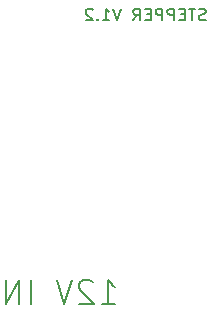
<source format=gbr>
G04 #@! TF.GenerationSoftware,KiCad,Pcbnew,8.0.2-1*
G04 #@! TF.CreationDate,2024-08-19T18:32:55+10:00*
G04 #@! TF.ProjectId,FORWARD 7 STEPPER DRIVER,464f5257-4152-4442-9037-205354455050,rev?*
G04 #@! TF.SameCoordinates,Original*
G04 #@! TF.FileFunction,Legend,Bot*
G04 #@! TF.FilePolarity,Positive*
%FSLAX46Y46*%
G04 Gerber Fmt 4.6, Leading zero omitted, Abs format (unit mm)*
G04 Created by KiCad (PCBNEW 8.0.2-1) date 2024-08-19 18:32:55*
%MOMM*%
%LPD*%
G01*
G04 APERTURE LIST*
%ADD10C,0.150000*%
G04 APERTURE END LIST*
D10*
X133698809Y-105109438D02*
X134841666Y-105109438D01*
X134270238Y-105109438D02*
X134270238Y-103109438D01*
X134270238Y-103109438D02*
X134460714Y-103395152D01*
X134460714Y-103395152D02*
X134651190Y-103585628D01*
X134651190Y-103585628D02*
X134841666Y-103680866D01*
X132936904Y-103299914D02*
X132841666Y-103204676D01*
X132841666Y-103204676D02*
X132651190Y-103109438D01*
X132651190Y-103109438D02*
X132174999Y-103109438D01*
X132174999Y-103109438D02*
X131984523Y-103204676D01*
X131984523Y-103204676D02*
X131889285Y-103299914D01*
X131889285Y-103299914D02*
X131794047Y-103490390D01*
X131794047Y-103490390D02*
X131794047Y-103680866D01*
X131794047Y-103680866D02*
X131889285Y-103966580D01*
X131889285Y-103966580D02*
X133032142Y-105109438D01*
X133032142Y-105109438D02*
X131794047Y-105109438D01*
X131222618Y-103109438D02*
X130555952Y-105109438D01*
X130555952Y-105109438D02*
X129889285Y-103109438D01*
X127698808Y-105109438D02*
X127698808Y-103109438D01*
X126746427Y-105109438D02*
X126746427Y-103109438D01*
X126746427Y-103109438D02*
X125603570Y-105109438D01*
X125603570Y-105109438D02*
X125603570Y-103109438D01*
X142510839Y-81072200D02*
X142367982Y-81119819D01*
X142367982Y-81119819D02*
X142129887Y-81119819D01*
X142129887Y-81119819D02*
X142034649Y-81072200D01*
X142034649Y-81072200D02*
X141987030Y-81024580D01*
X141987030Y-81024580D02*
X141939411Y-80929342D01*
X141939411Y-80929342D02*
X141939411Y-80834104D01*
X141939411Y-80834104D02*
X141987030Y-80738866D01*
X141987030Y-80738866D02*
X142034649Y-80691247D01*
X142034649Y-80691247D02*
X142129887Y-80643628D01*
X142129887Y-80643628D02*
X142320363Y-80596009D01*
X142320363Y-80596009D02*
X142415601Y-80548390D01*
X142415601Y-80548390D02*
X142463220Y-80500771D01*
X142463220Y-80500771D02*
X142510839Y-80405533D01*
X142510839Y-80405533D02*
X142510839Y-80310295D01*
X142510839Y-80310295D02*
X142463220Y-80215057D01*
X142463220Y-80215057D02*
X142415601Y-80167438D01*
X142415601Y-80167438D02*
X142320363Y-80119819D01*
X142320363Y-80119819D02*
X142082268Y-80119819D01*
X142082268Y-80119819D02*
X141939411Y-80167438D01*
X141653696Y-80119819D02*
X141082268Y-80119819D01*
X141367982Y-81119819D02*
X141367982Y-80119819D01*
X140748934Y-80596009D02*
X140415601Y-80596009D01*
X140272744Y-81119819D02*
X140748934Y-81119819D01*
X140748934Y-81119819D02*
X140748934Y-80119819D01*
X140748934Y-80119819D02*
X140272744Y-80119819D01*
X139844172Y-81119819D02*
X139844172Y-80119819D01*
X139844172Y-80119819D02*
X139463220Y-80119819D01*
X139463220Y-80119819D02*
X139367982Y-80167438D01*
X139367982Y-80167438D02*
X139320363Y-80215057D01*
X139320363Y-80215057D02*
X139272744Y-80310295D01*
X139272744Y-80310295D02*
X139272744Y-80453152D01*
X139272744Y-80453152D02*
X139320363Y-80548390D01*
X139320363Y-80548390D02*
X139367982Y-80596009D01*
X139367982Y-80596009D02*
X139463220Y-80643628D01*
X139463220Y-80643628D02*
X139844172Y-80643628D01*
X138844172Y-81119819D02*
X138844172Y-80119819D01*
X138844172Y-80119819D02*
X138463220Y-80119819D01*
X138463220Y-80119819D02*
X138367982Y-80167438D01*
X138367982Y-80167438D02*
X138320363Y-80215057D01*
X138320363Y-80215057D02*
X138272744Y-80310295D01*
X138272744Y-80310295D02*
X138272744Y-80453152D01*
X138272744Y-80453152D02*
X138320363Y-80548390D01*
X138320363Y-80548390D02*
X138367982Y-80596009D01*
X138367982Y-80596009D02*
X138463220Y-80643628D01*
X138463220Y-80643628D02*
X138844172Y-80643628D01*
X137844172Y-80596009D02*
X137510839Y-80596009D01*
X137367982Y-81119819D02*
X137844172Y-81119819D01*
X137844172Y-81119819D02*
X137844172Y-80119819D01*
X137844172Y-80119819D02*
X137367982Y-80119819D01*
X136367982Y-81119819D02*
X136701315Y-80643628D01*
X136939410Y-81119819D02*
X136939410Y-80119819D01*
X136939410Y-80119819D02*
X136558458Y-80119819D01*
X136558458Y-80119819D02*
X136463220Y-80167438D01*
X136463220Y-80167438D02*
X136415601Y-80215057D01*
X136415601Y-80215057D02*
X136367982Y-80310295D01*
X136367982Y-80310295D02*
X136367982Y-80453152D01*
X136367982Y-80453152D02*
X136415601Y-80548390D01*
X136415601Y-80548390D02*
X136463220Y-80596009D01*
X136463220Y-80596009D02*
X136558458Y-80643628D01*
X136558458Y-80643628D02*
X136939410Y-80643628D01*
X135320362Y-80119819D02*
X134987029Y-81119819D01*
X134987029Y-81119819D02*
X134653696Y-80119819D01*
X133796553Y-81119819D02*
X134367981Y-81119819D01*
X134082267Y-81119819D02*
X134082267Y-80119819D01*
X134082267Y-80119819D02*
X134177505Y-80262676D01*
X134177505Y-80262676D02*
X134272743Y-80357914D01*
X134272743Y-80357914D02*
X134367981Y-80405533D01*
X133367981Y-81024580D02*
X133320362Y-81072200D01*
X133320362Y-81072200D02*
X133367981Y-81119819D01*
X133367981Y-81119819D02*
X133415600Y-81072200D01*
X133415600Y-81072200D02*
X133367981Y-81024580D01*
X133367981Y-81024580D02*
X133367981Y-81119819D01*
X132939410Y-80215057D02*
X132891791Y-80167438D01*
X132891791Y-80167438D02*
X132796553Y-80119819D01*
X132796553Y-80119819D02*
X132558458Y-80119819D01*
X132558458Y-80119819D02*
X132463220Y-80167438D01*
X132463220Y-80167438D02*
X132415601Y-80215057D01*
X132415601Y-80215057D02*
X132367982Y-80310295D01*
X132367982Y-80310295D02*
X132367982Y-80405533D01*
X132367982Y-80405533D02*
X132415601Y-80548390D01*
X132415601Y-80548390D02*
X132987029Y-81119819D01*
X132987029Y-81119819D02*
X132367982Y-81119819D01*
M02*

</source>
